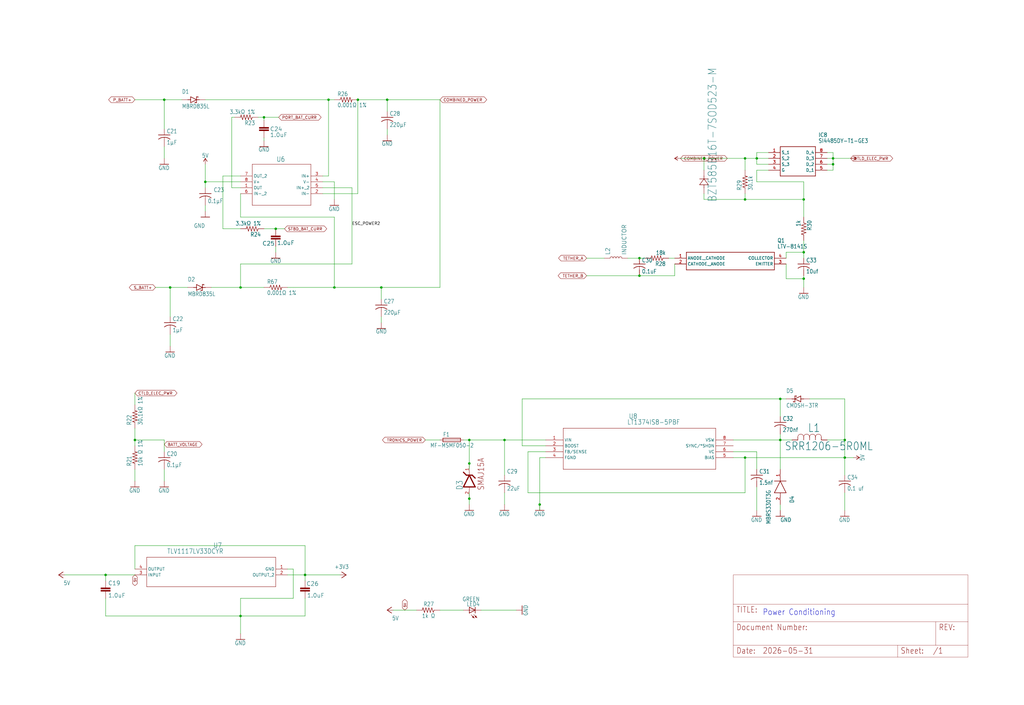
<source format=kicad_sch>
(kicad_sch (version 20231120) (generator "eeschema") (generator_version "8.0")
  (paper "User" 443.357 305.206)
  (lib_symbols
    (symbol "MBRD835L_1"
      (property "Reference" "D1" (at -5.08 2.54 0))
      (property "Value" "MBRD835L" (at -5.08 -3.81 0))
      (symbol "MBRD835L_1_1_0"
        (pin passive line (at -5.08 0 0) (length 2.54) (name "A") (number "1"))
        (pin passive line (at 5.08 0 180) (length 2.54) (name "K") (number "2"))
      )
    )
    (symbol "PMS-eagle-import:+3V3" (power)
      (symbol "+3V3_1_0"
        (pin power_in line (at 0 -2.54 90) (length 2.54) (name "+3V3") (number "1"))
      )
    )
    (symbol "PMS-eagle-import:+5V" (power)
      (symbol "+5V_1_0"
        (pin power_in line (at 0 -2.54 90) (length 2.54) (name "+5V") (number "1"))
      )
    )
    (symbol "PMS-eagle-import:1.0UF-0603-16V-10%-X7R"
      (property "Reference" "C" (at 1.524 2.921 0))
      (symbol "1.0UF-0603-16V-10%-X7R_1_0"
        (pin passive line (at 0 5.08 270) (length 2.54) (name "1") (number "1"))
        (pin passive line (at 0 -2.54 90) (length 2.54) (name "2") (number "2"))
      )
    )
    (symbol "PMS-eagle-import:5V" (power)
      (symbol "5V_1_0"
        (pin power_in line (at 0 0 90) (length 2.54) (name "5V") (number "1"))
      )
    )
    (symbol "PMS-eagle-import:ADAFRUIT_C-US3.5MMCAP"
      (property "Reference" "C" (at 1.016 0.635 0))
      (symbol "ADAFRUIT_C-US3.5MMCAP_1_0"
        (pin passive line (at 0 2.54 270) (length 2.54) (name "1") (number "1"))
        (pin passive line (at 0 -5.08 90) (length 2.54) (name "2") (number "2"))
      )
    )
    (symbol "PMS-eagle-import:BOURNS-INC.---SMAJ15A_BOURNS_INC._SMAJ15ABOURNS_INC._SMAJ15A_0_0"
      (property "Reference" "D" (at 1.016 0.508 0))
      (symbol "BOURNS-INC.---SMAJ15A_BOURNS_INC._SMAJ15ABOURNS_INC._SMAJ15A_0_0_1_0"
        (text "SMAJ15A" (at 1.016 -8.636 0) (effects (font (size 2.54 2.159)) (justify left top)))
        (pin passive line (at 12.7 -5.08 180) (length 5.08) (name "CATHODE") (number "1"))
        (pin passive line (at -2.54 -5.08 0) (length 5.08) (name "ANODE") (number "2"))
      )
    )
    (symbol "PMS-eagle-import:BZT585B16T-7SOD523-M"
      (symbol "BZT585B16T-7SOD523-M_1_0"
        (pin passive line (at 10.16 0 180) (length 2.54) (name "1") (number "1"))
        (pin passive line (at 0 0 0) (length 2.54) (name "2") (number "2"))
      )
    )
    (symbol "PMS-eagle-import:C-USC0603"
      (property "Reference" "C" (at 1.016 0.635 0))
      (symbol "C-USC0603_1_0"
        (pin passive line (at 0 2.54 270) (length 2.54) (name "1") (number "1"))
        (pin passive line (at 0 -5.08 90) (length 2.54) (name "2") (number "2"))
      )
    )
    (symbol "PMS-eagle-import:C-USC1206"
      (property "Reference" "C" (at 1.016 0.635 0))
      (symbol "C-USC1206_1_0"
        (pin passive line (at 0 2.54 270) (length 2.54) (name "1") (number "1"))
        (pin passive line (at 0 -5.08 90) (length 2.54) (name "2") (number "2"))
      )
    )
    (symbol "PMS-eagle-import:CMDSH-3TR"
      (property "Reference" "D5" (at -5.08 2.54 0))
      (property "Value" "CMDSH-3TR" (at -5.08 -3.81 0))
      (symbol "CMDSH-3TR_1_0"
        (pin passive line (at -5.08 0 0) (length 2.54) (name "C") (number "1"))
        (pin passive line (at 5.08 0 180) (length 2.54) (name "A") (number "2"))
      )
    )
    (symbol "PMS-eagle-import:GND" (power)
      (symbol "GND_1_0"
        (pin power_in line (at 0 2.54 270) (length 2.54) (name "GND") (number "1"))
      )
    )
    (symbol "PMS-eagle-import:INDUCTOR"
      (property "Reference" "L2" (at 1.27 2.54 0))
      (property "Value" "INDUCTOR" (at 1.27 -2.54 0))
      (symbol "INDUCTOR_1_0"
        (pin passive line (at 0 5.08 270) (length 2.54) (name "1") (number "1"))
        (pin passive line (at 0 -5.08 90) (length 2.54) (name "2") (number "2"))
      )
    )
    (symbol "PMS-eagle-import:LEDCHIPLED_0805"
      (property "Reference" "LED" (at 3.556 -4.572 90))
      (symbol "LEDCHIPLED_0805_1_0"
        (pin passive line (at 0 -5.08 90) (length 2.54) (name "C") (number "1"))
        (pin passive line (at 0 2.54 270) (length 2.54) (name "A") (number "2"))
      )
    )
    (symbol "PMS-eagle-import:LM2904ITPX/NOPB"
      (property "Reference" "U6" (at 18.034 6.096 0))
      (symbol "LM2904ITPX/NOPB_1_0"
        (pin output line (at 2.54 -5.08 0) (length 5.08) (name "OUT") (number "1"))
        (pin input line (at 38.1 -7.62 180) (length 5.08) (name "IN-") (number "2"))
        (pin input line (at 38.1 0 180) (length 5.08) (name "IN+") (number "3"))
        (pin power_in line (at 38.1 -2.54 180) (length 5.08) (name "V-") (number "4"))
        (pin input line (at 38.1 -5.08 180) (length 5.08) (name "IN+_2") (number "5"))
        (pin input line (at 2.54 -7.62 0) (length 5.08) (name "IN-_2") (number "6"))
        (pin output line (at 2.54 0 0) (length 5.08) (name "OUT_2") (number "7"))
        (pin power_in line (at 2.54 -2.54 0) (length 5.08) (name "V+") (number "8"))
      )
    )
    (symbol "PMS-eagle-import:LT1374IS8-5PBF"
      (property "Reference" "U" (at 35.9595 9.1297 0))
      (symbol "LT1374IS8-5PBF_1_0"
        (pin input line (at 0 0 0) (length 7.62) (name "VIN") (number "1"))
        (pin input line (at 0 -2.54 0) (length 7.62) (name "BOOST") (number "2"))
        (pin input line (at 0 -5.08 0) (length 7.62) (name "FB/SENSE") (number "3"))
        (pin power_in line (at 0 -7.62 0) (length 7.62) (name "FGND") (number "4"))
        (pin input line (at 81.28 -7.62 180) (length 7.62) (name "BIAS") (number "5"))
        (pin output line (at 81.28 -5.08 180) (length 7.62) (name "VC") (number "6"))
        (pin bidirectional line (at 81.28 -2.54 180) (length 7.62) (name "SYNC/*SHDN") (number "7"))
        (pin input line (at 81.28 0 180) (length 7.62) (name "VSW") (number "8"))
      )
    )
    (symbol "PMS-eagle-import:LTV-8141S"
      (property "Reference" "Q" (at 44.45 7.62 0))
      (symbol "LTV-8141S_1_0"
        (pin bidirectional line (at 0 0 0) (length 5.08) (name "ANODE,_CATHODE") (number "1"))
        (pin bidirectional line (at 0 -2.54 0) (length 5.08) (name "CATHODE,_ANODE") (number "2"))
        (pin bidirectional line (at 48.26 -2.54 180) (length 5.08) (name "EMITTER") (number "3"))
        (pin bidirectional line (at 48.26 0 180) (length 5.08) (name "COLLECTOR") (number "4"))
      )
    )
    (symbol "PMS-eagle-import:MBRD835L"
      (property "Reference" "D2" (at -5.08 2.54 0))
      (property "Value" "MBRD835L" (at -5.08 -3.81 0))
      (symbol "MBRD835L_1_0"
        (pin passive line (at -5.08 0 0) (length 2.54) (name "A") (number "1"))
        (pin passive line (at 5.08 0 180) (length 2.54) (name "K") (number "2"))
      )
    )
    (symbol "PMS-eagle-import:MBRS330T3G"
      (property "Reference" "D" (at 11.43 5.08 0))
      (symbol "MBRS330T3G_1_0"
        (pin bidirectional line (at 0 0 0) (length 5.08) (name "K") (number "1"))
        (pin bidirectional line (at 15.24 0 180) (length 5.08) (name "A") (number "2"))
      )
    )
    (symbol "PMS-eagle-import:MF-MSMF050-2"
      (property "Reference" "F" (at -3.8166 1.3994 0))
      (symbol "MF-MSMF050-2_1_0"
        (pin passive line (at -5.08 0 0) (length 2.54) (name "1") (number "1"))
        (pin passive line (at 5.08 0 180) (length 2.54) (name "2") (number "2"))
      )
    )
    (symbol "PMS-eagle-import:R-US_M0805"
      (property "Reference" "R" (at -3.81 1.4986 0))
      (symbol "R-US_M0805_1_0"
        (pin passive line (at -5.08 0 0) (length 2.54) (name "1") (number "1"))
        (pin passive line (at 5.08 0 180) (length 2.54) (name "2") (number "2"))
      )
    )
    (symbol "PMS-eagle-import:R-US_R0603"
      (property "Reference" "R" (at -3.81 1.4986 0))
      (symbol "R-US_R0603_1_0"
        (pin passive line (at -5.08 0 0) (length 2.54) (name "1") (number "1"))
        (pin passive line (at 5.08 0 180) (length 2.54) (name "2") (number "2"))
      )
    )
    (symbol "PMS-eagle-import:SI4485DY-T1-GE3"
      (property "Reference" "IC" (at 21.59 7.62 0))
      (symbol "SI4485DY-T1-GE3_1_0"
        (pin bidirectional line (at 0 0 0) (length 5.08) (name "S_1") (number "1"))
        (pin bidirectional line (at 0 -2.54 0) (length 5.08) (name "S_2") (number "2"))
        (pin bidirectional line (at 0 -5.08 0) (length 5.08) (name "S_3") (number "3"))
        (pin bidirectional line (at 0 -7.62 0) (length 5.08) (name "G") (number "4"))
        (pin bidirectional line (at 25.4 -7.62 180) (length 5.08) (name "D_1") (number "5"))
        (pin bidirectional line (at 25.4 -5.08 180) (length 5.08) (name "D_2") (number "6"))
        (pin bidirectional line (at 25.4 -2.54 180) (length 5.08) (name "D_3") (number "7"))
        (pin bidirectional line (at 25.4 0 180) (length 5.08) (name "D_4") (number "8"))
      )
    )
    (symbol "PMS-eagle-import:SRR1206-5R0ML"
      (symbol "SRR1206-5R0ML_1_0"
        (pin passive line (at 15.24 0 180) (length 2.54) (name "1") (number "1"))
        (pin passive line (at 0 0 0) (length 2.54) (name "2") (number "2"))
      )
    )
    (symbol "PMS-eagle-import:TABL_L"
      (symbol "TABL_L_2_0"
        (text "${#}/${##}" (at 86.36 1.27 0) (effects (font (size 2.54 2.159)) (justify left bottom)))
        (text "${CURRENT_DATE}" (at 12.7 1.27 0) (effects (font (size 2.54 2.159)) (justify left bottom)))
        (text "${PROJECTNAME}" (at 17.78 19.05 0) (effects (font (size 2.54 2.159)) (justify left bottom)))
        (text "Date:" (at 1.27 1.27 0) (effects (font (size 2.54 2.159)) (justify left bottom)))
        (text "Document Number:" (at 1.27 11.43 0) (effects (font (size 2.54 2.159)) (justify left bottom)))
        (text "REV:" (at 88.9 11.43 0) (effects (font (size 2.54 2.159)) (justify left bottom)))
        (text "Sheet:" (at 72.39 1.27 0) (effects (font (size 2.54 2.159)) (justify left bottom)))
        (text "TITLE:" (at 1.27 19.05 0) (effects (font (size 2.54 2.159)) (justify left bottom)))
      )
    )
    (symbol "PMS-eagle-import:TLV1117LV33DCYR"
      (symbol "TLV1117LV33DCYR_1_0"
        (pin passive line (at 2.54 0 0) (length 5.08) (name "GND") (number "1"))
        (pin output line (at 2.54 -2.54 0) (length 5.08) (name "OUTPUT_2") (number "2"))
        (pin input line (at 68.58 -2.54 180) (length 5.08) (name "INPUT") (number "3"))
        (pin output line (at 68.58 0 180) (length 5.08) (name "OUTPUT") (number "4"))
      )
    )
    (symbol "PMS-eagle-import:rcl_R-US_R2512"
      (property "Reference" "R" (at -3.81 1.4986 0))
      (symbol "rcl_R-US_R2512_1_0"
        (pin passive line (at -5.08 0 0) (length 2.54) (name "1") (number "1"))
        (pin passive line (at 5.08 0 180) (length 2.54) (name "2") (number "2"))
      )
    )
    (symbol "PMS-eagle-import:supply1_GND" (power)
      (symbol "supply1_GND_1_0"
        (pin power_in line (at 0 2.54 270) (length 2.54) (name "GND") (number "1"))
      )
    )
  )
  (junction (at 218.44 190.5))
  (junction (at 233.68 218.44))
  (junction (at 154.94 43.18))
  (junction (at 337.82 172.72))
  (junction (at 144.78 124.46))
  (junction (at 165.1 124.46))
  (junction (at 88.9 78.74))
  (junction (at 58.42 190.5))
  (junction (at 327.66 68.58))
  (junction (at 304.8 68.58))
  (junction (at 104.14 266.7))
  (junction (at 142.24 43.18))
  (junction (at 365.76 198.12))
  (junction (at 360.68 68.58))
  (junction (at 347.98 120.65))
  (junction (at 203.2 215.9))
  (junction (at 365.76 190.5))
  (junction (at 203.2 200.66))
  (junction (at 276.86 119.38))
  (junction (at 167.64 43.18))
  (junction (at 322.58 198.12))
  (junction (at 347.98 86.36))
  (junction (at 73.66 124.46))
  (junction (at 337.82 190.5))
  (junction (at 114.3 50.8))
  (junction (at 119.38 99.06))
  (junction (at 347.98 109.22))
  (junction (at 322.58 86.36))
  (junction (at 360.68 71.12))
  (junction (at 322.58 68.58))
  (junction (at 45.72 248.92))
  (junction (at 132.08 248.92))
  (junction (at 276.86 111.76))
  (junction (at 104.14 124.46))
  (junction (at 203.2 190.5))
  (junction (at 71.12 43.18))
  (wire (pts (xy 73.66 124.46) (xy 67.31 124.46)) (stroke (width 0.1524)))
  (wire (pts (xy 218.44 190.5) (xy 218.44 205.74)) (stroke (width 0.1524)))
  (wire (pts (xy 218.44 190.5) (xy 203.2 190.5)) (stroke (width 0.1524)))
  (wire (pts (xy 124.46 124.46) (xy 144.78 124.46)) (stroke (width 0.1524)))
  (wire (pts (xy 96.52 99.06) (xy 104.14 99.06)) (stroke (width 0.1524)))
  (wire (pts (xy 58.42 203.2) (xy 58.42 208.28)) (stroke (width 0.1524)))
  (wire (pts (xy 236.22 193.04) (xy 226.06 193.04)) (stroke (width 0.1524)))
  (wire (pts (xy 327.66 195.58) (xy 327.66 203.2)) (stroke (width 0.1524)))
  (wire (pts (xy 71.12 195.58) (xy 71.12 190.5)) (stroke (width 0.1524)))
  (wire (pts (xy 152.4 114.3) (xy 104.14 114.3)) (stroke (width 0.1524)))
  (wire (pts (xy 292.1 114.3) (xy 292.1 119.38)))
  (wire (pts (xy 228.6 195.58) (xy 228.6 213.36)) (stroke (width 0.1524)))
  (wire (pts (xy 226.06 172.72) (xy 337.82 172.72)) (stroke (width 0.1524)))
  (wire (pts (xy 45.72 251.46) (xy 45.72 248.92)) (stroke (width 0.1524)))
  (wire (pts (xy 58.42 236.22) (xy 132.08 236.22)) (stroke (width 0.1524)))
  (wire (pts (xy 132.08 248.92) (xy 132.08 236.22)) (stroke (width 0.1524)))
  (wire (pts (xy 327.66 68.58) (xy 332.74 68.58)) (stroke (width 0.1524)))
  (wire (pts (xy 261.62 111.76) (xy 254 111.76)) (stroke (width 0.1524)))
  (wire (pts (xy 124.46 246.38) (xy 127 246.38)) (stroke (width 0.1524)))
  (wire (pts (xy 71.12 43.18) (xy 78.74 43.18)) (stroke (width 0.1524)))
  (wire (pts (xy 327.66 66.04) (xy 332.74 66.04)) (stroke (width 0.1524)))
  (wire (pts (xy 322.58 86.36) (xy 347.98 86.36)) (stroke (width 0.1524)))
  (wire (pts (xy 360.68 68.58) (xy 360.68 71.12)) (stroke (width 0.1524)))
  (wire (pts (xy 104.14 259.08) (xy 127 259.08)) (stroke (width 0.1524)))
  (wire (pts (xy 58.42 190.5) (xy 58.42 185.42)) (stroke (width 0.1524)))
  (wire (pts (xy 58.42 175.26) (xy 58.42 170.18)) (stroke (width 0.1524)))
  (wire (pts (xy 236.22 198.12) (xy 233.68 198.12)) (stroke (width 0.1524)))
  (wire (pts (xy 365.76 172.72) (xy 365.76 190.5)) (stroke (width 0.1524)))
  (wire (pts (xy 304.8 68.58) (xy 304.8 73.66)) (stroke (width 0.1524)))
  (wire (pts (xy 104.14 266.7) (xy 104.14 274.32)) (stroke (width 0.1524)))
  (wire (pts (xy 144.78 124.46) (xy 165.1 124.46)) (stroke (width 0.1524)))
  (wire (pts (xy 360.68 73.66) (xy 358.14 73.66)) (stroke (width 0.1524)))
  (wire (pts (xy 88.9 88.9) (xy 88.9 91.44)) (stroke (width 0.1524)))
  (wire (pts (xy 104.14 76.2) (xy 96.52 76.2)) (stroke (width 0.1524)))
  (wire (pts (xy 292.1 119.38) (xy 276.86 119.38)))
  (wire (pts (xy 350.52 172.72) (xy 365.76 172.72)) (stroke (width 0.1524)))
  (wire (pts (xy 175.26 264.16) (xy 180.34 264.16)))
  (wire (pts (xy 200.66 190.5) (xy 203.2 190.5)) (stroke (width 0.1524)))
  (wire (pts (xy 347.98 93.98) (xy 347.98 86.36)) (stroke (width 0.1524)))
  (wire (pts (xy 360.68 66.04) (xy 358.14 66.04)) (stroke (width 0.1524)))
  (wire (pts (xy 254 119.38) (xy 276.86 119.38)) (stroke (width 0.1524)))
  (wire (pts (xy 360.68 71.12) (xy 358.14 71.12)) (stroke (width 0.1524)))
  (wire (pts (xy 340.36 114.3) (xy 340.36 120.65)))
  (wire (pts (xy 165.1 137.16) (xy 165.1 139.7)) (stroke (width 0.1524)))
  (wire (pts (xy 317.5 195.58) (xy 327.66 195.58)) (stroke (width 0.1524)))
  (wire (pts (xy 279.4 111.76) (xy 276.86 111.76)) (stroke (width 0.1524)))
  (wire (pts (xy 360.68 68.58) (xy 358.14 68.58)) (stroke (width 0.1524)))
  (wire (pts (xy 88.9 78.74) (xy 104.14 78.74)) (stroke (width 0.1524)))
  (wire (pts (xy 365.76 198.12) (xy 322.58 198.12)) (stroke (width 0.1524)))
  (wire (pts (xy 203.2 215.9) (xy 203.2 218.44)) (stroke (width 0.1524)))
  (wire (pts (xy 322.58 86.36) (xy 304.8 86.36)) (stroke (width 0.1524)))
  (wire (pts (xy 88.9 81.28) (xy 88.9 78.74)) (stroke (width 0.1524)))
  (wire (pts (xy 317.5 190.5) (xy 337.82 190.5)) (stroke (width 0.1524)))
  (wire (pts (xy 347.98 86.36) (xy 347.98 78.74)) (stroke (width 0.1524)))
  (wire (pts (xy 322.58 213.36) (xy 322.58 198.12)) (stroke (width 0.1524)))
  (wire (pts (xy 114.3 60.96) (xy 114.3 59.69)) (stroke (width 0.1524)))
  (wire (pts (xy 58.42 248.92) (xy 45.72 248.92)) (stroke (width 0.1524)))
  (wire (pts (xy 104.14 114.3) (xy 104.14 124.46)) (stroke (width 0.1524)))
  (wire (pts (xy 337.82 220.98) (xy 337.82 218.44)) (stroke (width 0.1524)))
  (wire (pts (xy 132.08 266.7) (xy 104.14 266.7)) (stroke (width 0.1524)))
  (wire (pts (xy 365.76 190.5) (xy 365.76 198.12)) (stroke (width 0.1524)))
  (wire (pts (xy 132.08 259.08) (xy 132.08 266.7)) (stroke (width 0.1524)))
  (wire (pts (xy 175.26 264.16) (xy 170.18 264.16)) (stroke (width 0.1524)))
  (wire (pts (xy 190.5 124.46) (xy 190.5 43.18)) (stroke (width 0.1524)))
  (wire (pts (xy 327.66 78.74) (xy 327.66 73.66)) (stroke (width 0.1524)))
  (wire (pts (xy 236.22 195.58) (xy 228.6 195.58)) (stroke (width 0.1524)))
  (wire (pts (xy 139.7 78.74) (xy 144.78 78.74)) (stroke (width 0.1524)))
  (wire (pts (xy 81.28 124.46) (xy 73.66 124.46)) (stroke (width 0.1524)))
  (wire (pts (xy 360.68 71.12) (xy 360.68 73.66)) (stroke (width 0.1524)))
  (wire (pts (xy 322.58 68.58) (xy 327.66 68.58)) (stroke (width 0.1524)))
  (wire (pts (xy 154.94 43.18) (xy 167.64 43.18)) (stroke (width 0.1524)))
  (wire (pts (xy 114.3 52.07) (xy 114.3 50.8)))
  (wire (pts (xy 337.82 180.34) (xy 337.82 172.72)) (stroke (width 0.1524)))
  (wire (pts (xy 45.72 248.92) (xy 27.94 248.92)) (stroke (width 0.1524)))
  (wire (pts (xy 304.8 68.58) (xy 294.64 68.58)) (stroke (width 0.1524)))
  (wire (pts (xy 203.2 190.5) (xy 203.2 200.66)) (stroke (width 0.1524)))
  (wire (pts (xy 347.98 104.14) (xy 347.98 109.22)) (stroke (width 0.1524)))
  (wire (pts (xy 152.4 81.28) (xy 152.4 114.3)) (stroke (width 0.1524)))
  (wire (pts (xy 184.15 190.5) (xy 190.5 190.5)) (stroke (width 0.1524)))
  (wire (pts (xy 327.66 68.58) (xy 327.66 71.12)) (stroke (width 0.1524)))
  (wire (pts (xy 165.1 124.46) (xy 165.1 129.54)) (stroke (width 0.1524)))
  (wire (pts (xy 104.14 266.7) (xy 45.72 266.7)) (stroke (width 0.1524)))
  (wire (pts (xy 147.32 248.92) (xy 132.08 248.92)) (stroke (width 0.1524)))
  (wire (pts (xy 119.38 99.06) (xy 123.19 99.06)) (stroke (width 0.1524)))
  (wire (pts (xy 228.6 213.36) (xy 322.58 213.36)) (stroke (width 0.1524)))
  (wire (pts (xy 132.08 248.92) (xy 124.46 248.92)) (stroke (width 0.1524)))
  (wire (pts (xy 190.5 264.16) (xy 200.66 264.16)) (stroke (width 0.1524)))
  (wire (pts (xy 317.5 198.12) (xy 322.58 198.12)) (stroke (width 0.1524)))
  (wire (pts (xy 233.68 218.44) (xy 233.68 220.98)) (stroke (width 0.1524)))
  (wire (pts (xy 58.42 246.38) (xy 58.42 236.22)) (stroke (width 0.1524)))
  (wire (pts (xy 71.12 203.2) (xy 71.12 208.28)) (stroke (width 0.1524)))
  (wire (pts (xy 96.52 76.2) (xy 96.52 99.06)) (stroke (width 0.1524)))
  (wire (pts (xy 226.06 193.04) (xy 226.06 172.72)) (stroke (width 0.1524)))
  (wire (pts (xy 139.7 81.28) (xy 152.4 81.28)) (stroke (width 0.1524)))
  (wire (pts (xy 73.66 137.16) (xy 73.66 124.46)) (stroke (width 0.1524)))
  (wire (pts (xy 322.58 68.58) (xy 304.8 68.58)) (stroke (width 0.1524)))
  (wire (pts (xy 327.66 73.66) (xy 332.74 73.66)) (stroke (width 0.1524)))
  (wire (pts (xy 233.68 198.12) (xy 233.68 218.44)) (stroke (width 0.1524)))
  (wire (pts (xy 167.64 43.18) (xy 167.64 48.26)) (stroke (width 0.1524)))
  (wire (pts (xy 337.82 190.5) (xy 342.9 190.5)) (stroke (width 0.1524)))
  (wire (pts (xy 142.24 76.2) (xy 139.7 76.2)) (stroke (width 0.1524)))
  (wire (pts (xy 365.76 198.12) (xy 365.76 205.74)) (stroke (width 0.1524)))
  (wire (pts (xy 167.64 55.88) (xy 167.64 58.42)) (stroke (width 0.1524)))
  (wire (pts (xy 167.64 43.18) (xy 190.5 43.18)) (stroke (width 0.1524)))
  (wire (pts (xy 144.78 93.98) (xy 144.78 124.46)) (stroke (width 0.1524)))
  (wire (pts (xy 327.66 68.58) (xy 327.66 66.04)) (stroke (width 0.1524)))
  (wire (pts (xy 142.24 76.2) (xy 142.24 43.18)) (stroke (width 0.1524)))
  (wire (pts (xy 58.42 193.04) (xy 58.42 190.5)) (stroke (width 0.1524)))
  (wire (pts (xy 365.76 190.5) (xy 358.14 190.5)) (stroke (width 0.1524)))
  (wire (pts (xy 132.08 251.46) (xy 132.08 248.92)) (stroke (width 0.1524)))
  (wire (pts (xy 71.12 190.5) (xy 58.42 190.5)) (stroke (width 0.1524)))
  (wire (pts (xy 203.2 200.66) (xy 203.2 203.2)) (stroke (width 0.1524)))
  (wire (pts (xy 365.76 213.36) (xy 365.76 220.98)) (stroke (width 0.1524)))
  (wire (pts (xy 71.12 55.88) (xy 71.12 43.18)) (stroke (width 0.1524)))
  (wire (pts (xy 154.94 83.82) (xy 154.94 43.18)) (stroke (width 0.1524)))
  (wire (pts (xy 45.72 266.7) (xy 45.72 259.08)) (stroke (width 0.1524)))
  (wire (pts (xy 340.36 109.22) (xy 347.98 109.22)))
  (wire (pts (xy 360.68 68.58) (xy 368.3 68.58)) (stroke (width 0.1524)))
  (wire (pts (xy 111.76 50.8) (xy 114.3 50.8)) (stroke (width 0.1524)))
  (wire (pts (xy 104.14 266.7) (xy 104.14 259.08)) (stroke (width 0.1524)))
  (wire (pts (xy 114.3 50.8) (xy 120.65 50.8)) (stroke (width 0.1524)))
  (wire (pts (xy 119.38 106.68) (xy 119.38 109.22)) (stroke (width 0.1524)))
  (wire (pts (xy 104.14 83.82) (xy 104.14 93.98)) (stroke (width 0.1524)))
  (wire (pts (xy 322.58 86.36) (xy 322.58 83.82)) (stroke (width 0.1524)))
  (wire (pts (xy 114.3 124.46) (xy 104.14 124.46)) (stroke (width 0.1524)))
  (wire (pts (xy 347.98 119.38) (xy 347.98 120.65)) (stroke (width 0.1524)))
  (wire (pts (xy 142.24 43.18) (xy 144.78 43.18)) (stroke (width 0.1524)))
  (wire (pts (xy 142.24 43.18) (xy 88.9 43.18)) (stroke (width 0.1524)))
  (wire (pts (xy 337.82 172.72) (xy 340.36 172.72)) (stroke (width 0.1524)))
  (wire (pts (xy 327.66 71.12) (xy 332.74 71.12)) (stroke (width 0.1524)))
  (wire (pts (xy 58.42 43.18) (xy 71.12 43.18)))
  (wire (pts (xy 327.66 210.82) (xy 327.66 220.98)) (stroke (width 0.1524)))
  (wire (pts (xy 154.94 83.82) (xy 139.7 83.82)) (stroke (width 0.1524)))
  (wire (pts (xy 360.68 68.58) (xy 360.68 66.04)) (stroke (width 0.1524)))
  (wire (pts (xy 88.9 71.12) (xy 88.9 78.74)) (stroke (width 0.1524)))
  (wire (pts (xy 369.57 198.12) (xy 365.76 198.12)))
  (wire (pts (xy 340.36 120.65) (xy 347.98 120.65)))
  (wire (pts (xy 347.98 109.22) (xy 347.98 111.76)) (stroke (width 0.1524)))
  (wire (pts (xy 71.12 68.58) (xy 71.12 63.5)) (stroke (width 0.1524)))
  (wire (pts (xy 203.2 213.36) (xy 203.2 215.9)) (stroke (width 0.1524)))
  (wire (pts (xy 337.82 190.5) (xy 337.82 187.96)) (stroke (width 0.1524)))
  (wire (pts (xy 347.98 78.74) (xy 327.66 78.74)) (stroke (width 0.1524)))
  (wire (pts (xy 236.22 190.5) (xy 218.44 190.5)) (stroke (width 0.1524)))
  (wire (pts (xy 100.33 50.8) (xy 101.6 50.8)) (stroke (width 0.1524)))
  (wire (pts (xy 218.44 213.36) (xy 218.44 218.44)) (stroke (width 0.1524)))
  (wire (pts (xy 104.14 81.28) (xy 100.33 81.28)) (stroke (width 0.1524)))
  (wire (pts (xy 347.98 120.65) (xy 347.98 124.46)) (stroke (width 0.1524)))
  (wire (pts (xy 114.3 99.06) (xy 119.38 99.06)) (stroke (width 0.1524)))
  (wire (pts (xy 100.33 81.28) (xy 100.33 50.8)) (stroke (width 0.1524)))
  (wire (pts (xy 340.36 111.76) (xy 340.36 109.22)))
  (wire (pts (xy 271.78 111.76) (xy 276.86 111.76)) (stroke (width 0.1524)))
  (wire (pts (xy 208.28 264.16) (xy 223.52 264.16)) (stroke (width 0.1524)))
  (wire (pts (xy 337.82 203.2) (xy 337.82 190.5)) (stroke (width 0.1524)))
  (wire (pts (xy 304.8 86.36) (xy 304.8 83.82)) (stroke (width 0.1524)))
  (wire (pts (xy 292.1 111.76) (xy 289.56 111.76)) (stroke (width 0.1524)))
  (wire (pts (xy 322.58 68.58) (xy 322.58 73.66)) (stroke (width 0.1524)))
  (wire (pts (xy 165.1 124.46) (xy 190.5 124.46)) (stroke (width 0.1524)))
  (wire (pts (xy 104.14 124.46) (xy 91.44 124.46)) (stroke (width 0.1524)))
  (wire (pts (xy 73.66 149.86) (xy 73.66 144.78)) (stroke (width 0.1524)))
  (wire (pts (xy 144.78 78.74) (xy 144.78 86.36)) (stroke (width 0.1524)))
  (wire (pts (xy 104.14 93.98) (xy 144.78 93.98)) (stroke (width 0.1524)))
  (wire (pts (xy 127 246.38) (xy 127 259.08)) (stroke (width 0.1524)))
  (text "Power Conditioning" (at 330.2 266.7 0) (effects (font (size 2.54 2.159)) (justify left bottom)))
  (label "ESC_POWER2" (at 152.4 97.79 0) (effects (font (size 1.2446 1.2446))))
  (global_label "P_BATT+" (shape bidirectional) (at 58.42 43.18 180) (effects (font (size 1.2446 1.2446))) (property "Intersheetrefs" "${INTERSHEET_REFS}" (effects (hide yes))))
  (global_label "CTLD_ELEC_PWR" (shape bidirectional) (at 58.42 170.18 0) (effects (font (size 1.2446 1.2446))) (property "Intersheetrefs" "${INTERSHEET_REFS}" (effects (hide yes))))
  (global_label "COMBINED_POWER" (shape bidirectional) (at 190.5 43.18 0) (effects (font (size 1.2446 1.2446))) (property "Intersheetrefs" "${INTERSHEET_REFS}" (effects (hide yes))))
  (global_label "S_BATT+" (shape bidirectional) (at 67.31 124.46 180) (effects (font (size 1.2446 1.2446))) (property "Intersheetrefs" "${INTERSHEET_REFS}" (effects (hide yes))))
  (global_label "5V" (shape bidirectional) (at 175.26 264.16 90) (effects (font (size 1.016 1.016))) (property "Intersheetrefs" "${INTERSHEET_REFS}" (effects (hide yes))))
  (global_label "BATT_VOLTAGE" (shape bidirectional) (at 71.12 192.405 0) (effects (font (size 1.2446 1.2446))) (property "Intersheetrefs" "${INTERSHEET_REFS}" (effects (hide yes))))
  (global_label "TETHER_B" (shape bidirectional) (at 254 119.38 180) (effects (font (size 1.2446 1.2446))) (property "Intersheetrefs" "${INTERSHEET_REFS}" (effects (hide yes))))
  (global_label "PORT_BAT_CURR" (shape bidirectional) (at 120.65 50.8 0) (effects (font (size 1.2446 1.2446))) (property "Intersheetrefs" "${INTERSHEET_REFS}" (effects (hide yes))))
  (global_label "5V" (shape bidirectional) (at 58.42 248.92 270) (effects (font (size 1.016 1.016))) (property "Intersheetrefs" "${INTERSHEET_REFS}" (effects (hide yes))))
  (global_label "TETHER_A" (shape bidirectional) (at 254 111.76 180) (effects (font (size 1.2446 1.2446))) (property "Intersheetrefs" "${INTERSHEET_REFS}" (effects (hide yes))))
  (global_label "STBD_BAT_CURR" (shape bidirectional) (at 123.19 99.06 0) (effects (font (size 1.2446 1.2446))) (property "Intersheetrefs" "${INTERSHEET_REFS}" (effects (hide yes))))
  (global_label "COMBINED_POWER" (shape bidirectional) (at 294.64 68.58 0) (effects (font (size 1.2446 1.2446))) (property "Intersheetrefs" "${INTERSHEET_REFS}" (effects (hide yes))))
  (global_label "TRONICS_POWER" (shape bidirectional) (at 184.15 190.5 180) (effects (font (size 1.2446 1.2446))) (property "Intersheetrefs" "${INTERSHEET_REFS}" (effects (hide yes))))
  (global_label "CTLD_ELEC_PWR" (shape bidirectional) (at 368.3 68.58 0) (effects (font (size 1.2446 1.2446))) (property "Intersheetrefs" "${INTERSHEET_REFS}" (effects (hide yes))))
  (symbol (lib_id "PMS-eagle-import:GND") (at 114.3 63.5 0) (unit 1)
    (property "Reference" "#GND054" (effects (hide yes)))
    (property "Value" "GND" (at 114.3 63.754 0) (effects (font (size 1.778 1.5113)) (justify top)))
  )
  (symbol (lib_id "PMS-eagle-import:C-USC0603") (at 73.66 139.7 0) (unit 1)
    (property "Reference" "C22" (at 74.676 139.065 0) (effects (font (size 1.778 1.5113)) (justify left bottom)))
    (property "Value" "1µF" (at 74.676 143.891 0) (effects (font (size 1.778 1.5113)) (justify left bottom)))
    (property "Footprint" "Capacitor_SMD:C_0805_2012Metric" (effects (hide yes)))
  )
  (symbol (lib_id "PMS-eagle-import:R-US_M0805") (at 284.48 111.76 180) (unit 1)
    (property "Reference" "R28" (at 288.29 113.2586 0) (effects (font (size 1.778 1.5113)) (justify left bottom)))
    (property "Value" "18k" (at 288.29 108.458 0) (effects (font (size 1.778 1.5113)) (justify left bottom)))
    (property "Footprint" "Resistor_SMD:R_0805_2012Metric_Pad1.20x1.40mm_HandSolder" (effects (hide yes)))
  )
  (symbol (lib_id "PMS-eagle-import:5V") (at 368.3 68.58 270) (unit 1)
    (property "Reference" "#SUPPLY013" (effects (hide yes)))
    (property "Value" "CTLD_ELEC_PWR" (effects (hide yes)))
  )
  (symbol (lib_id "PMS-eagle-import:LTV-8141S") (at 292.1 111.76 0) (unit 1)
    (property "Reference" "Q1" (at 336.55 104.14 0) (effects (font (size 1.778 1.5113)) (justify left)))
    (property "Value" "LTV-8141S" (at 336.55 106.68 0) (effects (font (size 1.778 1.5113)) (justify left)))
    (property "Footprint" "LTV-8141S-TA1:LTV8141STA1" (effects (hide yes)))
  )
  (symbol (lib_id "PMS-eagle-import:C-USC1206") (at 327.66 205.74 0) (unit 1)
    (property "Reference" "C31" (at 328.676 205.105 0) (effects (font (size 1.778 1.5113)) (justify left bottom)))
    (property "Value" "1.5nf" (at 328.676 209.931 0) (effects (font (size 1.778 1.5113)) (justify left bottom)))
    (property "Footprint" "Capacitor_SMD:C_0805_2012Metric" (effects (hide yes)))
  )
  (symbol (lib_id "PMS-eagle-import:GND") (at 88.9 93.98 0) (unit 1)
    (property "Reference" "#GND057" (effects (hide yes)))
    (property "Value" "GND" (at 86.36 96.774 0) (effects (font (size 1.778 1.5113)) (justify top)))
  )
  (symbol (lib_id "PMS-eagle-import:rcl_R-US_R2512") (at 119.38 124.46 0) (unit 1)
    (property "Reference" "R67" (at 115.57 122.9614 0) (effects (font (size 1.778 1.5113)) (justify left bottom)))
    (property "Value" "0.001Ω 1%" (at 115.57 127.762 0) (effects (font (size 1.778 1.5113)) (justify left bottom)))
    (property "Footprint" "Resistor_SMD:R_0805_2012Metric_Pad1.20x1.40mm_HandSolder" (effects (hide yes)))
  )
  (symbol (lib_id "PMS-eagle-import:GND") (at 165.1 142.24 0) (unit 1)
    (property "Reference" "#GND059" (effects (hide yes)))
    (property "Value" "GND" (at 165.1 142.494 0) (effects (font (size 1.778 1.5113)) (justify top)))
  )
  (symbol (lib_id "PMS-eagle-import:1.0UF-0603-16V-10%-X7R") (at 114.3 57.15 0) (unit 1)
    (property "Reference" "C24" (at 116.84 56.896 0) (effects (font (size 1.778 1.778)) (justify left bottom)))
    (property "Value" "1.0uF" (at 116.84 59.436 0) (effects (font (size 1.778 1.778)) (justify left bottom)))
    (property "Footprint" "Capacitor_SMD:C_0805_2012Metric" (effects (hide yes)))
  )
  (symbol (lib_id "PMS-eagle-import:C-USC0603") (at 71.12 198.12 0) (unit 1)
    (property "Reference" "C20" (at 72.136 197.485 0) (effects (font (size 1.778 1.5113)) (justify left bottom)))
    (property "Value" "0.1µF" (at 72.136 202.311 0) (effects (font (size 1.778 1.5113)) (justify left bottom)))
    (property "Footprint" "Capacitor_SMD:C_0805_2012Metric" (effects (hide yes)))
  )
  (symbol (lib_id "PMS-eagle-import:SI4485DY-T1-GE3") (at 332.74 66.04 0) (unit 1)
    (property "Reference" "IC8" (at 354.33 58.42 0) (effects (font (size 1.778 1.5113)) (justify left)))
    (property "Value" "SI4485DY-T1-GE3" (at 354.33 60.96 0) (effects (font (size 1.778 1.5113)) (justify left)))
    (property "Footprint" "Package_SO:SOIC-8_3.9x4.9mm_P1.27mm" (effects (hide yes)))
  )
  (symbol (lib_id "PMS-eagle-import:R-US_M0805") (at 347.98 99.06 270) (unit 1)
    (property "Reference" "R30" (at 349.4786 95.25 0) (effects (font (size 1.778 1.5113)) (justify left bottom)))
    (property "Value" "1k" (at 344.678 95.25 0) (effects (font (size 1.778 1.5113)) (justify left bottom)))
    (property "Footprint" "Resistor_SMD:R_0805_2012Metric_Pad1.20x1.40mm_HandSolder" (effects (hide yes)))
  )
  (symbol (lib_id "PMS-eagle-import:supply1_GND") (at 347.98 127 0) (unit 1)
    (property "Reference" "#GND077" (effects (hide yes)))
    (property "Value" "GND" (at 345.44 129.54 0) (effects (font (size 1.778 1.5113)) (justify left bottom)))
  )
  (symbol (lib_id "PMS-eagle-import:C-USC0603") (at 337.82 182.88 0) (unit 1)
    (property "Reference" "C32" (at 338.836 182.245 0) (effects (font (size 1.778 1.5113)) (justify left bottom)))
    (property "Value" "270nf" (at 338.836 187.071 0) (effects (font (size 1.778 1.5113)) (justify left bottom)))
    (property "Footprint" "Capacitor_SMD:C_0805_2012Metric" (effects (hide yes)))
  )
  (symbol (lib_id "PMS-eagle-import:SRR1206-5R0ML") (at 342.9 190.5 0) (unit 1)
    (property "Reference" "L1" (at 349.6056 187.1472 0) (effects (font (size 3.4798 2.9578)) (justify left bottom)))
    (property "Value" "SRR1206-5R0ML" (at 339.598 195.072 0) (effects (font (size 3.4798 2.9578)) (justify left bottom)))
    (property "Footprint" "SRR1206_5R0ML:IND_BOURNS_SRR1240" (effects (hide yes)))
  )
  (symbol (lib_id "PMS-eagle-import:supply1_GND") (at 104.14 276.86 0) (unit 1)
    (property "Reference" "#GND071" (effects (hide yes)))
    (property "Value" "GND" (at 101.6 279.4 0) (effects (font (size 1.778 1.5113)) (justify left bottom)))
  )
  (symbol (lib_id "PMS-eagle-import:BOURNS-INC.---SMAJ15A_BOURNS_INC._SMAJ15ABOURNS_INC._SMAJ15A_0_0") (at 198.12 213.36 90) (unit 1)
    (property "Reference" "D3" (at 197.612 212.344 0) (effects (font (size 2.54 2.159)) (justify left top)))
    (property "Value" "BOURNS-INC.---SMAJ15A_BOURNS_INC._SMAJ15ABOURNS_INC._SMAJ15A_0_0" (effects (hide yes)))
    (property "Footprint" "Diode_SMD:D_SMA_Handsoldering" (effects (hide yes)))
  )
  (symbol (lib_id "PMS-eagle-import:1.0UF-0603-16V-10%-X7R") (at 45.72 256.54 0) (unit 1)
    (property "Reference" "C19" (at 46.736 253.492 0) (effects (font (size 1.778 1.778)) (justify left bottom)))
    (property "Value" "1.0uF" (at 46.736 258.826 0) (effects (font (size 1.778 1.778)) (justify left bottom)))
    (property "Footprint" "Capacitor_SMD:C_0805_2012Metric" (effects (hide yes)))
  )
  (symbol (lib_id "PMS-eagle-import:supply1_GND") (at 233.68 220.98 0) (unit 1)
    (property "Reference" "#GND069" (effects (hide yes)))
    (property "Value" "GND" (at 231.14 223.52 0) (effects (font (size 1.778 1.5113)) (justify left bottom)))
  )
  (symbol (lib_id "PMS-eagle-import:R-US_R0603") (at 106.68 50.8 180) (unit 1)
    (property "Reference" "R23" (at 110.49 52.2986 0) (effects (font (size 1.778 1.5113)) (justify left bottom)))
    (property "Value" "3.3kΩ 1%" (at 110.49 47.498 0) (effects (font (size 1.778 1.5113)) (justify left bottom)))
    (property "Footprint" "Resistor_SMD:R_0805_2012Metric_Pad1.20x1.40mm_HandSolder" (effects (hide yes)))
  )
  (symbol (lib_id "PMS-eagle-import:5V") (at 88.9 71.12 0) (unit 1)
    (property "Reference" "#SUPPLY010" (effects (hide yes)))
    (property "Value" "5V" (at 88.9 68.326 0) (effects (font (size 1.778 1.5113)) (justify bottom)))
  )
  (symbol (lib_id "PMS-eagle-import:C-USC1206") (at 218.44 208.28 0) (unit 1)
    (property "Reference" "C29" (at 219.456 205.105 0) (effects (font (size 1.778 1.5113)) (justify left bottom)))
    (property "Value" "22uF" (at 219.456 212.471 0) (effects (font (size 1.778 1.5113)) (justify left bottom)))
    (property "Footprint" "Capacitor_SMD:C_0805_2012Metric" (effects (hide yes)))
  )
  (symbol (lib_id "PMS-eagle-import:supply1_GND") (at 58.42 210.82 0) (unit 1)
    (property "Reference" "#GND076" (effects (hide yes)))
    (property "Value" "GND" (at 55.88 213.36 0) (effects (font (size 1.778 1.5113)) (justify left bottom)))
  )
  (symbol (lib_id "PMS-eagle-import:R-US_M0805") (at 322.58 78.74 90) (unit 1)
    (property "Reference" "R29" (at 321.0814 82.55 0) (effects (font (size 1.778 1.5113)) (justify left bottom)))
    (property "Value" "30.1k" (at 325.882 82.55 0) (effects (font (size 1.778 1.5113)) (justify left bottom)))
    (property "Footprint" "Resistor_SMD:R_0805_2012Metric_Pad1.20x1.40mm_HandSolder" (effects (hide yes)))
  )
  (symbol (lib_id "PMS-eagle-import:GND") (at 167.64 60.96 0) (unit 1)
    (property "Reference" "#GND056" (effects (hide yes)))
    (property "Value" "GND" (at 167.64 61.214 0) (effects (font (size 1.778 1.5113)) (justify top)))
  )
  (symbol (lib_id "PMS-eagle-import:LT1374IS8-5PBF") (at 236.22 190.5 0) (unit 1)
    (property "Reference" "U8" (at 272.1795 181.3702 0) (effects (font (size 2.0853 1.7725)) (justify left bottom)))
    (property "Value" "LT1374IS8-5PBF" (at 271.5215 183.9175 0) (effects (font (size 2.084 1.7714)) (justify left bottom)))
    (property "Footprint" "Package_SO:SOIC-8_3.9x4.9mm_P1.27mm" (effects (hide yes)))
  )
  (symbol (lib_id "PMS-eagle-import:rcl_R-US_R2512") (at 149.86 43.18 0) (unit 1)
    (property "Reference" "R26" (at 146.05 41.6814 0) (effects (font (size 1.778 1.5113)) (justify left bottom)))
    (property "Value" "0.001Ω 1%" (at 146.05 46.482 0) (effects (font (size 1.778 1.5113)) (justify left bottom)))
    (property "Footprint" "Resistor_SMD:R_0805_2012Metric_Pad1.20x1.40mm_HandSolder" (effects (hide yes)))
  )
  (symbol (lib_id "PMS-eagle-import:C-USC0603") (at 347.98 114.3 0) (unit 1)
    (property "Reference" "C33" (at 348.996 113.665 0) (effects (font (size 1.778 1.5113)) (justify left bottom)))
    (property "Value" "10uf" (at 348.996 118.491 0) (effects (font (size 1.778 1.5113)) (justify left bottom)))
    (property "Footprint" "Capacitor_SMD:C_0805_2012Metric" (effects (hide yes)))
  )
  (symbol (lib_id "PMS-eagle-import:ADAFRUIT_C-US3.5MMCAP") (at 167.64 50.8 0) (unit 1)
    (property "Reference" "C28" (at 168.656 50.165 0) (effects (font (size 1.778 1.5113)) (justify left bottom)))
    (property "Value" "220µF" (at 168.656 54.991 0) (effects (font (size 1.778 1.5113)) (justify left bottom)))
    (property "Footprint" "Capacitor_SMD:C_1206_3216Metric" (effects (hide yes)))
  )
  (symbol (lib_id "PMS-eagle-import:C-USC0603") (at 71.12 58.42 0) (unit 1)
    (property "Reference" "C21" (at 72.136 57.785 0) (effects (font (size 1.778 1.5113)) (justify left bottom)))
    (property "Value" "1µF" (at 72.136 62.611 0) (effects (font (size 1.778 1.5113)) (justify left bottom)))
    (property "Footprint" "Capacitor_SMD:C_0805_2012Metric" (effects (hide yes)))
  )
  (symbol (lib_id "PMS-eagle-import:supply1_GND") (at 327.66 223.52 0) (unit 1)
    (property "Reference" "#GND068" (effects (hide yes)))
    (property "Value" "GND" (at 325.12 226.06 0) (effects (font (size 1.778 1.5113)) (justify left bottom)))
  )
  (symbol (lib_id "PMS-eagle-import:+3V3") (at 149.86 248.92 270) (unit 1)
    (property "Reference" "#+3V01" (effects (hide yes)))
    (property "Value" "+3V3" (at 144.78 246.38 90) (effects (font (size 1.778 1.5113)) (justify left bottom)))
  )
  (symbol (lib_id "PMS-eagle-import:MBRD835L") (at 86.36 124.46 0) (unit 1)
    (property "Reference" "D2" (at 81.28 121.92 0) (effects (font (size 1.778 1.5113)) (justify left bottom)))
    (property "Value" "MBRD835L" (at 81.28 128.27 0) (effects (font (size 1.778 1.5113)) (justify left bottom)))
    (property "Footprint" "Package_TO_SOT_SMD:TO-252-3_TabPin2_1" (effects (hide yes)))
  )
  (symbol (lib_id "PMS-eagle-import:BZT585B16T-7SOD523-M") (at 304.8 83.82 90) (unit 1)
    (property "Reference" "CR1" (effects (hide yes)))
    (property "Value" "BZT585B16T-7SOD523-M" (at 310.3372 87.7062 0) (effects (font (size 3.4798 2.9578)) (justify left bottom)))
    (property "Footprint" "Diode_SMD:D_SOD-323_HandSoldering" (effects (hide yes)))
  )
  (symbol (lib_id "PMS-eagle-import:5V") (at 294.64 68.58 90) (unit 1)
    (property "Reference" "#SUPPLY018" (effects (hide yes)))
    (property "Value" "Combined Power" (effects (hide yes)))
  )
  (symbol (lib_id "PMS-eagle-import:+5V") (at 167.64 264.16 90) (unit 1)
    (property "Reference" "#P+02" (effects (hide yes)))
    (property "Value" "5V" (at 172.72 266.7 90) (effects (font (size 1.778 1.5113)) (justify left bottom)))
  )
  (symbol (lib_id "PMS-eagle-import:LEDCHIPLED_0805") (at 203.2 264.16 90) (unit 1)
    (property "Reference" "LED4" (at 207.772 260.604 90) (effects (font (size 1.778 1.5113)) (justify left bottom)))
    (property "Value" "GREEN" (at 207.772 258.445 90) (effects (font (size 1.778 1.5113)) (justify left bottom)))
    (property "Footprint" "LED_SMD:LED_0805_2012Metric_Pad1.15x1.40mm_HandSolder" (effects (hide yes)))
    (property "Description" "LED" (effects (hide yes)))
  )
  (symbol (lib_id "PMS-eagle-import:supply1_GND") (at 73.66 152.4 0) (unit 1)
    (property "Reference" "#GND061" (effects (hide yes)))
    (property "Value" "GND" (at 71.12 154.94 0) (effects (font (size 1.778 1.5113)) (justify left bottom)))
  )
  (symbol (lib_id "PMS-eagle-import:supply1_GND") (at 71.12 71.12 0) (unit 1)
    (property "Reference" "#GND055" (effects (hide yes)))
    (property "Value" "GND" (at 68.58 73.66 0) (effects (font (size 1.778 1.5113)) (justify left bottom)))
  )
  (symbol (lib_id "PMS-eagle-import:MF-MSMF050-2") (at 195.58 190.5 0) (unit 1)
    (property "Reference" "F1" (at 191.7634 189.1005 0) (effects (font (size 1.781 1.5138)) (justify left bottom)))
    (property "Value" "MF-MSMF050-2" (at 186.182 193.802 0) (effects (font (size 1.7812 1.514)) (justify left bottom)))
    (property "Footprint" "Fuse:Fuse_1812_4532Metric_Pad1.30x3.40mm_HandSolder" (effects (hide yes)))
  )
  (symbol (lib_id "PMS-eagle-import:C-USC0603") (at 88.9 83.82 0) (unit 1)
    (property "Reference" "C23" (at 92.456 83.185 0) (effects (font (size 1.778 1.5113)) (justify left bottom)))
    (property "Value" "0.1µF" (at 89.916 88.011 0) (effects (font (size 1.778 1.5113)) (justify left bottom)))
    (property "Footprint" "Capacitor_SMD:C_0805_2012Metric" (effects (hide yes)))
  )
  (symbol (lib_id "PMS-eagle-import:supply1_GND") (at 203.2 220.98 0) (unit 1)
    (property "Reference" "#GND074" (effects (hide yes)))
    (property "Value" "GND" (at 200.66 223.52 0) (effects (font (size 1.778 1.5113)) (justify left bottom)))
  )
  (symbol (lib_id "PMS-eagle-import:LM2904ITPX/NOPB") (at 101.6 76.2 0) (unit 1)
    (property "Reference" "U6" (at 119.634 70.104 0) (effects (font (size 2.0828 1.7703)) (justify left bottom)))
    (property "Value" "LM2904ITPX/NOPB" (effects (hide yes)))
    (property "Footprint" "Package_SO:SOIC-8_3.9x4.9mm_P1.27mm" (effects (hide yes)))
    (property "Description" "Test\n\nThis is an opamp...." (effects (hide yes)))
  )
  (symbol (lib_id "PMS-eagle-import:C-USC0603") (at 365.76 208.28 0) (unit 1)
    (property "Reference" "C34" (at 366.776 207.645 0) (effects (font (size 1.778 1.5113)) (justify left bottom)))
    (property "Value" "0.1 uf" (at 366.776 212.471 0) (effects (font (size 1.778 1.5113)) (justify left bottom)))
    (property "Footprint" "Capacitor_SMD:C_0805_2012Metric" (effects (hide yes)))
  )
  (symbol (lib_id "PMS-eagle-import:R-US_M0805") (at 185.42 264.16 180) (unit 1)
    (property "Reference" "R27" (at 187.96 260.604 0) (effects (font (size 1.778 1.5113)) (justify left bottom)))
    (property "Value" "1k Ω" (at 188.468 265.684 0) (effects (font (size 1.778 1.5113)) (justify left bottom)))
    (property "Footprint" "Resistor_SMD:R_0805_2012Metric_Pad1.20x1.40mm_HandSolder" (effects (hide yes)))
  )
  (symbol (lib_id "PMS-eagle-import:TLV1117LV33DCYR") (at 127 246.38 0) (mirror y) (unit 1)
    (property "Reference" "U7" (at 96.1644 237.2614 0) (effects (font (size 2.0828 1.7703)) (justify left bottom)))
    (property "Value" "TLV1117LV33DCYR" (at 96.7994 239.8014 0) (effects (font (size 2.0828 1.7703)) (justify left bottom)))
    (property "Footprint" "Package_TO_SOT_SMD:SOT-223" (effects (hide yes)))
  )
  (symbol (lib_id "PMS-eagle-import:R-US_R0603") (at 109.22 99.06 180) (unit 1)
    (property "Reference" "R24" (at 113.03 100.5586 0) (effects (font (size 1.778 1.5113)) (justify left bottom)))
    (property "Value" "3.3kΩ 1%" (at 113.03 95.758 0) (effects (font (size 1.778 1.5113)) (justify left bottom)))
    (property "Footprint" "Resistor_SMD:R_0805_2012Metric_Pad1.20x1.40mm_HandSolder" (effects (hide yes)))
  )
  (symbol (lib_id "PMS-eagle-import:CMDSH-3TR") (at 345.44 172.72 0) (unit 1)
    (property "Reference" "D5" (at 340.36 170.18 0) (effects (font (size 1.778 1.5113)) (justify left bottom)))
    (property "Value" "CMDSH-3TR" (at 340.36 176.53 0) (effects (font (size 1.778 1.5113)) (justify left bottom)))
    (property "Footprint" "Diode_SMD:D_SOD-323_HandSoldering" (effects (hide yes)))
  )
  (symbol (lib_id "PMS-eagle-import:supply1_GND") (at 365.76 223.52 0) (unit 1)
    (property "Reference" "#GND070" (effects (hide yes)))
    (property "Value" "GND" (at 363.22 226.06 0) (effects (font (size 1.778 1.5113)) (justify left bottom)))
  )
  (symbol (lib_id "PMS-eagle-import:C-USC0603") (at 276.86 114.3 0) (unit 1)
    (property "Reference" "C30" (at 277.876 113.665 0) (effects (font (size 1.778 1.5113)) (justify left bottom)))
    (property "Value" "0.1uF" (at 277.876 118.491 0) (effects (font (size 1.778 1.5113)) (justify left bottom)))
    (property "Footprint" "Capacitor_SMD:C_0805_2012Metric" (effects (hide yes)))
  )
  (symbol (lib_id "PMS-eagle-import:MBRS330T3G") (at 337.82 203.2 270) (unit 1)
    (property "Reference" "D4" (at 342.9 214.63 0) (effects (font (size 1.778 1.5113)) (justify left)))
    (property "Value" "MBRS330T3G" (at 332.74 212.09 0) (effects (font (size 1.778 1.5113)) (justify left)))
    (property "Footprint" "Diode_SMD:D_SMC_Handsoldering" (effects (hide yes)))
  )
  (symbol (lib_id "PMS-eagle-import:+5V") (at 25.4 248.92 90) (unit 1)
    (property "Reference" "#P+01" (effects (hide yes)))
    (property "Value" "5V" (at 30.48 251.46 90) (effects (font (size 1.778 1.5113)) (justify left bottom)))
  )
  (symbol (lib_id "PMS-eagle-import:R-US_M0805") (at 58.42 198.12 90) (unit 1)
    (property "Reference" "R21" (at 56.9214 201.93 0) (effects (font (size 1.778 1.5113)) (justify left bottom)))
    (property "Value" "10k Ω 1%" (at 61.722 201.93 0) (effects (font (size 1.778 1.5113)) (justify left bottom)))
    (property "Footprint" "Resistor_SMD:R_0805_2012Metric_Pad1.20x1.40mm_HandSolder" (effects (hide yes)))
  )
  (symbol (lib_id "PMS-eagle-import:supply1_GND") (at 337.82 223.52 0) (unit 1)
    (property "Reference" "#GND067" (effects (hide yes)))
    (property "Value" "GND" (at 337.82 226.06 0) (effects (font (size 1.778 1.5113)) (justify left bottom)))
  )
  (symbol (lib_id "PMS-eagle-import:supply1_GND") (at 226.06 264.16 90) (unit 1)
    (property "Reference" "#GND072" (effects (hide yes)))
    (property "Value" "GND" (at 228.6 266.7 0) (effects (font (size 1.778 1.5113)) (justify left bottom)))
  )
  (symbol (lib_id "PMS-eagle-import:TABL_L") (at 317.5 284.48 0) (unit 2)
    (property "Reference" "#FRAME4" (effects (hide yes)))
    (property "Value" "Null Value" (effects (hide yes)))
  )
  (symbol (lib_id "PMS-eagle-import:R-US_M0805") (at 58.42 180.34 90) (unit 1)
    (property "Reference" "R22" (at 56.9214 184.15 0) (effects (font (size 1.778 1.5113)) (justify left bottom)))
    (property "Value" "30.1kΩ 1%" (at 61.722 184.15 0) (effects (font (size 1.778 1.5113)) (justify left bottom)))
    (property "Footprint" "Resistor_SMD:R_0805_2012Metric_Pad1.20x1.40mm_HandSolder" (effects (hide yes)))
  )
  (symbol (lib_id "PMS-eagle-import:supply1_GND") (at 144.78 88.9 0) (unit 1)
    (property "Reference" "#GND058" (effects (hide yes)))
    (property "Value" "GND" (at 142.24 91.44 0) (effects (font (size 1.778 1.5113)) (justify left bottom)))
  )
  (symbol (lib_name "MBRD835L_1") (lib_id "PMS-eagle-import:MBRD835L") (at 83.82 43.18 0) (unit 1)
    (property "Reference" "D1" (at 78.74 40.64 0) (effects (font (size 1.778 1.5113)) (justify left bottom)))
    (property "Value" "MBRD835L" (at 78.74 46.99 0) (effects (font (size 1.778 1.5113)) (justify left bottom)))
    (property "Footprint" "Package_TO_SOT_SMD:TO-252-3_TabPin2_1" (effects (hide yes)))
  )
  (symbol (lib_id "PMS-eagle-import:INDUCTOR") (at 266.7 111.76 90) (unit 1)
    (property "Reference" "L2" (at 264.16 110.49 0) (effects (font (size 1.778 1.778)) (justify left bottom)))
    (property "Value" "INDUCTOR" (at 269.24 110.49 0) (effects (font (size 1.778 1.778)) (justify left top)))
    (property "Footprint" "SRP1770TA_3R3M:SRP1770TA-3R3M_BRN" (effects (hide yes)))
  )
  (symbol (lib_id "PMS-eagle-import:supply1_GND") (at 218.44 220.98 0) (unit 1)
    (property "Reference" "#GND073" (effects (hide yes)))
    (property "Value" "GND" (at 215.9 223.52 0) (effects (font (size 1.778 1.5113)) (justify left bottom)))
  )
  (symbol (lib_id "PMS-eagle-import:5V") (at 369.57 198.12 270) (unit 1)
    (property "Reference" "#SUPPLY014" (effects (hide yes)))
    (property "Value" "5V" (at 372.364 198.12 0) (effects (font (size 1.778 1.5113)) (justify bottom)))
  )
  (symbol (lib_id "PMS-eagle-import:1.0UF-0603-16V-10%-X7R") (at 119.38 104.14 0) (unit 1)
    (property "Reference" "C25" (at 113.538 106.426 0) (effects (font (size 1.778 1.778)) (justify left bottom)))
    (property "Value" "1.0uF" (at 119.888 106.172 0) (effects (font (size 1.778 1.778)) (justify left bottom)))
    (property "Footprint" "Capacitor_SMD:C_0805_2012Metric" (effects (hide yes)))
  )
  (symbol (lib_id "PMS-eagle-import:GND") (at 119.38 111.76 0) (unit 1)
    (property "Reference" "#GND060" (effects (hide yes)))
    (property "Value" "GND" (at 119.38 112.014 0) (effects (font (size 1.778 1.5113)) (justify top)))
  )
  (symbol (lib_id "PMS-eagle-import:1.0UF-0603-16V-10%-X7R") (at 132.08 256.54 0) (unit 1)
    (property "Reference" "C26" (at 132.588 253.746 0) (effects (font (size 1.778 1.778)) (justify left bottom)))
    (property "Value" "1.0uF" (at 132.842 258.826 0) (effects (font (size 1.778 1.778)) (justify left bottom)))
    (property "Footprint" "Capacitor_SMD:C_0805_2012Metric" (effects (hide yes)))
  )
  (symbol (lib_id "PMS-eagle-import:supply1_GND") (at 71.12 210.82 0) (unit 1)
    (property "Reference" "#GND075" (effects (hide yes)))
    (property "Value" "GND" (at 68.58 213.36 0) (effects (font (size 1.778 1.5113)) (justify left bottom)))
  )
  (symbol (lib_id "PMS-eagle-import:ADAFRUIT_C-US3.5MMCAP") (at 165.1 132.08 0) (unit 1)
    (property "Reference" "C27" (at 166.116 131.445 0) (effects (font (size 1.778 1.5113)) (justify left bottom)))
    (property "Value" "220µF" (at 166.116 136.271 0) (effects (font (size 1.778 1.5113)) (justify left bottom)))
    (property "Footprint" "Capacitor_SMD:C_1206_3216Metric" (effects (hide yes)))
  )
)
</source>
